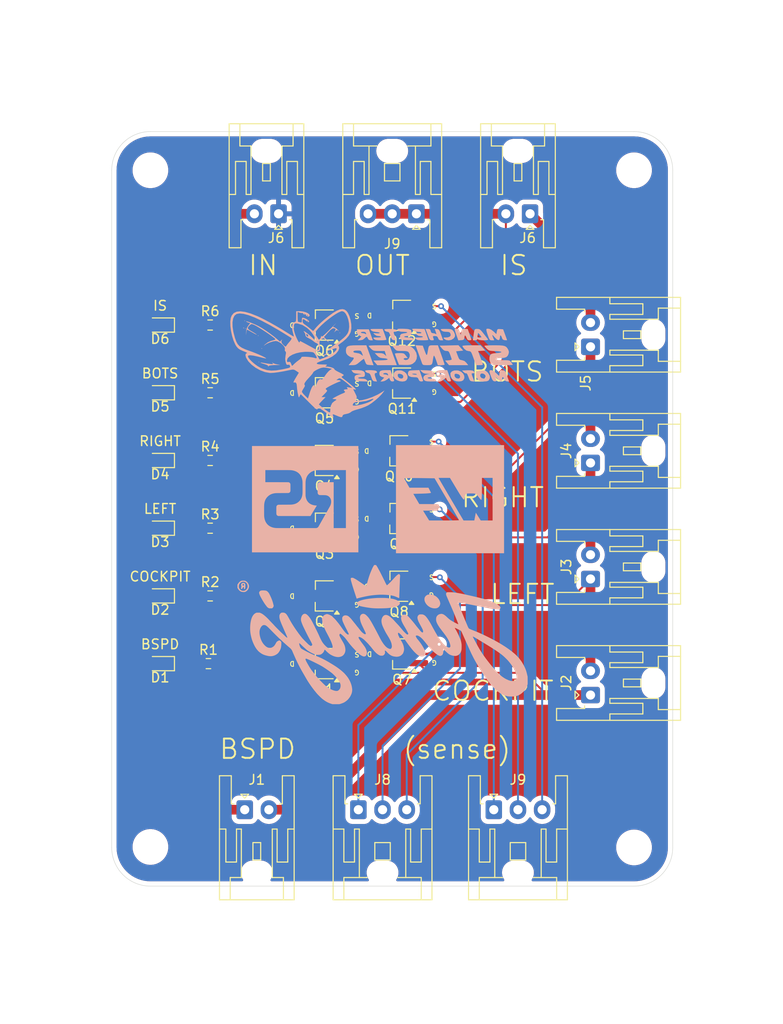
<source format=kicad_pcb>
(kicad_pcb (version 20241229) (generator "pcbnew") (generator_version "9.0")
  (layers (0 "F.Cu" signal) (2 "B.Cu" signal) (13 "F.Paste" user) (15 "B.Paste" user) (5 "F.SilkS" user "F.Silkscreen") (7 "B.SilkS" user "B.Silkscreen") (1 "F.Mask" user) (3 "B.Mask" user) (25 "Edge.Cuts" user))
  (net 0 "")
  (net 1 "LVMS")
  (net 2 "Net-(D2-K)")
  (net 3 "Net-(D3-K)")
  (net 4 "Net-(D4-K)")
  (net 5 "Net-(D5-K)")
  (net 6 "Net-(D6-K)")
  (net 7 "Net-(D1-K)")
  (net 8 "BSPD_OK")
  (net 9 "CK_OK")
  (net 10 "L_OK")
  (net 11 "R_OK")
  (net 12 "BOTS_OK")
  (net 13 "IS_OK")
  (net 14 "GND")
  (net 15 "Net-(Q2-D)")
  (net 16 "Net-(Q3-D)")
  (net 17 "Net-(Q4-D)")
  (net 18 "Net-(Q5-D)")
  (net 19 "Net-(Q6-D)")
  (net 20 "L_S")
  (net 21 "CK_S")
  (net 22 "BSPD_S")
  (net 23 "BOTS_S")
  (net 24 "R_S")
  (net 25 "IS_S")
  (net 26 "Net-(Q1-D)")
  (footprint "Custom_MSM:MOSFET_Single_SOT-23" (layer "F.Cu") (at 216.71 110 180)
    (property "Reference" "Q8" (at 0 -2.65 0) (layer "F.SilkS"))
    (property "Value" "BSS205N")
    (fp_text user "D" (at 3.35 0 180) (layer "F.SilkS") (effects (font (size 0.5 0.5) (thickness 0.1) (bold yes))))
    (fp_text user "G" (at -3.35 -0.9 180) (layer "F.SilkS") (effects (font (size 0.5 0.5) (thickness 0.1) (bold yes))))
    (fp_text user "S" (at -3.35 0.95 180) (layer "F.SilkS") (effects (font (size 0.5 0.5) (thickness 0.1) (bold yes))))
    (pad "1" smd roundrect (at -1.71 -0.95 180) (size 2 0.65) (layers "F.Cu" "F.Mask" "F.Paste") (net 9 "CK_OK"))
    (pad "2" smd roundrect (at -1.71 0.95 180) (size 2 0.65) (layers "F.Cu" "F.Mask" "F.Paste") (net 21 "CK_S"))
    (pad "3" smd roundrect (at 1.71 0 180) (size 2 0.65) (layers "F.Cu" "F.Mask" "F.Paste") (net 14 "GND"))
  )
  (footprint "Resistor_SMD:R_0603_1608Metric" (layer "F.Cu") (at 197.175 90)
    (property "Reference" "R5" (at 0 -1.43 0) (layer "F.SilkS"))
    (property "Value" "1k")
    (pad "1" smd roundrect (at -0.825 0) (size 0.8 0.95) (layers "F.Cu" "F.Mask" "F.Paste") (net 5 "Net-(D5-K)"))
    (pad "2" smd roundrect (at 0.825 0) (size 0.8 0.95) (layers "F.Cu" "F.Mask" "F.Paste") (net 18 "Net-(Q5-D)"))
  )
  (footprint "LED_SMD:LED_0603_1608Metric" (layer "F.Cu") (at 192 118 180)
    (property "Reference" "D1" (at 0 -1.43 0) (layer "F.SilkS"))
    (property "Value" "LED" (hide yes))
    (pad "1" smd roundrect (at -0.7875 0 180) (size 0.875 0.95) (layers "F.Cu" "F.Mask" "F.Paste") (net 7 "Net-(D1-K)"))
    (pad "2" smd roundrect (at 0.7875 0 180) (size 0.875 0.95) (layers "F.Cu" "F.Mask" "F.Paste") (net 1 "LVMS"))
  )
  (footprint "LED_SMD:LED_0603_1608Metric" (layer "F.Cu") (at 192 97 180)
    (property "Reference" "D4" (at 0 -1.43 0) (layer "F.SilkS"))
    (property "Value" "LED" (hide yes))
    (pad "1" smd roundrect (at -0.7875 0 180) (size 0.875 0.95) (layers "F.Cu" "F.Mask" "F.Paste") (net 4 "Net-(D4-K)"))
    (pad "2" smd roundrect (at 0.7875 0 180) (size 0.875 0.95) (layers "F.Cu" "F.Mask" "F.Paste") (net 1 "LVMS"))
  )
  (footprint "Resistor_SMD:R_0603_1608Metric" (layer "F.Cu") (at 197 118)
    (property "Reference" "R1" (at 0 -1.43 0) (layer "F.SilkS"))
    (property "Value" "1k")
    (pad "1" smd roundrect (at -0.825 0) (size 0.8 0.95) (layers "F.Cu" "F.Mask" "F.Paste") (net 7 "Net-(D1-K)"))
    (pad "2" smd roundrect (at 0.825 0) (size 0.8 0.95) (layers "F.Cu" "F.Mask" "F.Paste") (net 26 "Net-(Q1-D)"))
  )
  (footprint "Connector_JST:JST_XA_S02B-XASK-1_1x02_P2.50mm_Horizontal" (layer "F.Cu") (at 204.25 71.5 180)
    (property "Reference" "J6" (at 0.25 -2.5 0) (layer "F.SilkS"))
    (property "Value" "JST-XA")
    (pad "" np_thru_hole oval (at 1.25 6.5 180) (size 2.8 2) (drill oval 2.8 2) (layers "*.Cu" "*.Mask"))
    (pad "1" thru_hole roundrect (at 0 0 180) (size 1.7 1.95) (drill 0.95) (layers "*.Cu" "*.Mask") (roundrect_rratio 0.147059) (net 14 "GND"))
    (pad "2" thru_hole oval (at 2.5 0 180) (size 1.7 1.95) (drill 0.95) (layers "*.Cu" "*.Mask") (net 1 "LVMS"))
  )
  (footprint "Connector_JST:JST_XA_S02B-XASK-1_1x02_P2.50mm_Horizontal" (layer "F.Cu") (at 236.5 85.25 90)
    (property "Reference" "J5" (at -3.75 -0.5 90) (layer "F.SilkS"))
    (property "Value" "JST-XA")
    (pad "" np_thru_hole oval (at 1.25 6.5 90) (size 2.8 2) (drill oval 2.8 2) (layers "*.Cu" "*.Mask"))
    (pad "1" thru_hole roundrect (at 0 0 90) (size 1.7 1.95) (drill 0.95) (layers "*.Cu" "*.Mask") (roundrect_rratio 0.147059) (net 11 "R_OK"))
    (pad "2" thru_hole oval (at 2.5 0 90) (size 1.7 1.95) (drill 0.95) (layers "*.Cu" "*.Mask") (net 12 "BOTS_OK"))
  )
  (footprint "Connector_JST:JST_XA_S03B-XASK-1_1x03_P2.50mm_Horizontal" (layer "F.Cu") (at 218.5 71.5 180)
    (property "Reference" "J9" (at 2.5 -3.1 0) (layer "F.SilkS"))
    (property "Value" "Conn_01x03")
    (pad "" np_thru_hole oval (at 2.5 6.5 180) (size 2.8 2) (drill oval 2.8 2) (layers "*.Cu" "*.Mask"))
    (pad "1" thru_hole roundrect (at 0 0 180) (size 1.7 1.95) (drill 0.95) (layers "*.Cu" "*.Mask") (roundrect_rratio 0.147059) (net 13 "IS_OK"))
    (pad "2" thru_hole oval (at 2.5 0 180) (size 1.7 1.95) (drill 0.95) (layers "*.Cu" "*.Mask") (net 13 "IS_OK"))
    (pad "3" thru_hole oval (at 5 0 180) (size 1.7 1.95) (drill 0.95) (layers "*.Cu" "*.Mask") (net 13 "IS_OK"))
  )
  (footprint "LED_SMD:LED_0603_1608Metric" (layer "F.Cu") (at 192 104 180)
    (property "Reference" "D3" (at 0 -1.43 0) (layer "F.SilkS"))
    (property "Value" "LED" (hide yes))
    (pad "1" smd roundrect (at -0.7875 0 180) (size 0.875 0.95) (layers "F.Cu" "F.Mask" "F.Paste") (net 3 "Net-(D3-K)"))
    (pad "2" smd roundrect (at 0.7875 0 180) (size 0.875 0.95) (layers "F.Cu" "F.Mask" "F.Paste") (net 1 "LVMS"))
  )
  (footprint "Custom_MSM:MOSFET_Single_SOT-23" (layer "F.Cu") (at 209 111 180)
    (property "Reference" "Q2" (at 0 -2.65 0) (layer "F.SilkS"))
    (property "Value" "BSS205N")
    (fp_text user "S" (at -3.35 0.95 180) (layer "F.SilkS") (effects (font (size 0.5 0.5) (thickness 0.1) (bold yes))))
    (fp_text user "G" (at -3.35 -0.9 180) (layer "F.SilkS") (effects (font (size 0.5 0.5) (thickness 0.1) (bold yes))))
    (fp_text user "D" (at 3.35 0 180) (layer "F.SilkS") (effects (font (size 0.5 0.5) (thickness 0.1) (bold yes))))
    (pad "1" smd roundrect (at -1.71 -0.95 180) (size 2 0.65) (layers "F.Cu" "F.Mask" "F.Paste") (net 9 "CK_OK"))
    (pad "2" smd roundrect (at -1.71 0.95 180) (size 2 0.65) (layers "F.Cu" "F.Mask" "F.Paste") (net 14 "GND"))
    (pad "3" smd roundrect (at 1.71 0 180) (size 2 0.65) (layers "F.Cu" "F.Mask" "F.Paste") (net 15 "Net-(Q2-D)"))
  )
  (footprint "Resistor_SMD:R_0603_1608Metric" (layer "F.Cu") (at 197.175 97)
    (property "Reference" "R4" (at 0 -1.43 0) (layer "F.SilkS"))
    (property "Value" "1k")
    (pad "1" smd roundrect (at -0.825 0) (size 0.8 0.95) (layers "F.Cu" "F.Mask" "F.Paste") (net 4 "Net-(D4-K)"))
    (pad "2" smd roundrect (at 0.825 0) (size 0.8 0.95) (layers "F.Cu" "F.Mask" "F.Paste") (net 17 "Net-(Q4-D)"))
  )
  (footprint "Connector_JST:JST_XA_S02B-XASK-1_1x02_P2.50mm_Horizontal" (layer "F.Cu") (at 236.5 97.25 90)
    (property "Reference" "J4" (at 1.25 -2.5 90) (layer "F.SilkS"))
    (property "Value" "JST-XA")
    (pad "" np_thru_hole oval (at 1.25 6.5 90) (size 2.8 2) (drill oval 2.8 2) (layers "*.Cu" "*.Mask"))
    (pad "1" thru_hole roundrect (at 0 0 90) (size 1.7 1.95) (drill 0.95) (layers "*.Cu" "*.Mask") (roundrect_rratio 0.147059) (net 10 "L_OK"))
    (pad "2" thru_hole oval (at 2.5 0 90) (size 1.7 1.95) (drill 0.95) (layers "*.Cu" "*.Mask") (net 11 "R_OK"))
  )
  (footprint "Custom_MSM:MOSFET_Single_SOT-23" (layer "F.Cu") (at 209 90 180)
    (property "Reference" "Q5" (at 0 -2.65 0) (layer "F.SilkS"))
    (property "Value" "BSS205N")
    (fp_text user "G" (at -3.35 -0.9 180) (layer "F.SilkS") (effects (font (size 0.5 0.5) (thickness 0.1) (bold yes))))
    (fp_text user "S" (at -3.35 0.95 180) (layer "F.SilkS") (effects (font (size 0.5 0.5) (thickness 0.1) (bold yes))))
    (fp_text user "D" (at 3.35 0 180) (layer "F.SilkS") (effects (font (size 0.5 0.5) (thickness 0.1) (bold yes))))
    (pad "1" smd roundrect (at -1.71 -0.95 180) (size 2 0.65) (layers "F.Cu" "F.Mask" "F.Paste") (net 12 "BOTS_OK"))
    (pad "2" smd roundrect (at -1.71 0.95 180) (size 2 0.65) (layers "F.Cu" "F.Mask" "F.Paste") (net 14 "GND"))
    (pad "3" smd roundrect (at 1.71 0 180) (size 2 0.65) (layers "F.Cu" "F.Mask" "F.Paste") (net 18 "Net-(Q5-D)"))
  )
  (footprint "Connector_JST:JST_XA_S02B-XASK-1_1x02_P2.50mm_Horizontal" (layer "F.Cu") (at 236.5 121.25 90)
    (property "Reference" "J2" (at 1.25 -2.5 90) (layer "F.SilkS"))
    (property "Value" "JST-XA")
    (pad "" np_thru_hole oval (at 1.25 6.5 90) (size 2.8 2) (drill oval 2.8 2) (layers "*.Cu" "*.Mask"))
    (pad "1" thru_hole roundrect (at 0 0 90) (size 1.7 1.95) (drill 0.95) (layers "*.Cu" "*.Mask") (roundrect_rratio 0.147059) (net 8 "BSPD_OK"))
    (pad "2" thru_hole oval (at 2.5 0 90) (size 1.7 1.95) (drill 0.95) (layers "*.Cu" "*.Mask") (net 9 "CK_OK"))
  )
  (footprint "LED_SMD:LED_0603_1608Metric" (layer "F.Cu") (at 192 83 180)
    (property "Reference" "D6" (at 0 -1.43 0) (layer "F.SilkS"))
    (property "Value" "LED" (hide yes))
    (pad "1" smd roundrect (at -0.7875 0 180) (size 0.875 0.95) (layers "F.Cu" "F.Mask" "F.Paste") (net 6 "Net-(D6-K)"))
    (pad "2" smd roundrect (at 0.7875 0 180) (size 0.875 0.95) (layers "F.Cu" "F.Mask" "F.Paste") (net 1 "LVMS"))
  )
  (footprint "Custom_MSM:MOSFET_Single_SOT-23" (layer "F.Cu") (at 209 104 180)
    (property "Reference" "Q3" (at 0 -2.65 0) (layer "F.SilkS"))
    (property "Value" "BSS205N")
    (fp_text user "S" (at -3.35 0.95 180) (layer "F.SilkS") (effects (font (size 0.5 0.5) (thickness 0.1) (bold yes))))
    (fp_text user "G" (at -3.35 -0.9 180) (layer "F.SilkS") (effects (font (size 0.5 0.5) (thickness 0.1) (bold yes))))
    (fp_text user "D" (at 3.35 0 180) (layer "F.SilkS") (effects (font (size 0.5 0.5) (thickness 0.1) (bold yes))))
    (pad "1" smd roundrect (at -1.71 -0.95 180) (size 2 0.65) (layers "F.Cu" "F.Mask" "F.Paste") (net 10 "L_OK"))
    (pad "2" smd roundrect (at -1.71 0.95 180) (size 2 0.65) (layers "F.Cu" "F.Mask" "F.Paste") (net 14 "GND"))
    (pad "3" smd roundrect (at 1.71 0 180) (size 2 0.65) (layers "F.Cu" "F.Mask" "F.Paste") (net 16 "Net-(Q3-D)"))
  )
  (footprint "Custom_MSM:MOSFET_Single_SOT-23" (layer "F.Cu") (at 209 97 180)
    (property "Reference" "Q4" (at 0 -2.65 0) (layer "F.SilkS"))
    (property "Value" "BSS205N")
    (fp_text user "G" (at -3.35 -0.9 180) (layer "F.SilkS") (effects (font (size 0.5 0.5) (thickness 0.1) (bold yes))))
    (fp_text user "S" (at -3.35 0.95 180) (layer "F.SilkS") (effects (font (size 0.5 0.5) (thickness 0.1) (bold yes))))
    (fp_text user "D" (at 3.35 0 180) (layer "F.SilkS") (effects (font (size 0.5 0.5) (thickness 0.1) (bold yes))))
    (pad "1" smd roundrect (at -1.71 -0.95 180) (size 2 0.65) (layers "F.Cu" "F.Mask" "F.Paste") (net 11 "R_OK"))
    (pad "2" smd roundrect (at -1.71 0.95 180) (size 2 0.65) (layers "F.Cu" "F.Mask" "F.Paste") (net 14 "GND"))
    (pad "3" smd roundrect (at 1.71 0 180) (size 2 0.65) (layers "F.Cu" "F.Mask" "F.Paste") (net 17 "Net-(Q4-D)"))
  )
  (footprint "LED_SMD:LED_0603_1608Metric" (layer "F.Cu") (at 192 111 180)
    (property "Reference" "D2" (at 0 -1.43 0) (layer "F.SilkS"))
    (property "Value" "LED" (hide yes))
    (pad "1" smd roundrect (at -0.7875 0 180) (size 0.875 0.95) (layers "F.Cu" "F.Mask" "F.Paste") (net 2 "Net-(D2-K)"))
    (pad "2" smd roundrect (at 0.7875 0 180) (size 0.875 0.95) (layers "F.Cu" "F.Mask" "F.Paste") (net 1 "LVMS"))
  )
  (footprint "Custom_MSM:MOSFET_Single_SOT-23" (layer "F.Cu") (at 216.71 96 180)
    (property "Reference" "Q10" (at 0 -2.65 0) (layer "F.SilkS"))
    (property "Value" "BSS205N")
    (fp_text user "G" (at -3.35 -0.9 180) (layer "F.SilkS") (effects (font (size 0.5 0.5) (thickness 0.1) (bold yes))))
    (fp_text user "S" (at -3.35 0.95 180) (layer "F.SilkS") (effects (font (size 0.5 0.5) (thickness 0.1) (bold yes))))
    (fp_text user "D" (at 3.35 0 180) (layer "F.SilkS") (effects (font (size 0.5 0.5) (thickness 0.1) (bold yes))))
    (pad "1" smd roundrect (at -1.71 -0.95 180) (size 2 0.65) (layers "F.Cu" "F.Mask" "F.Paste") (net 11 "R_OK"))
    (pad "2" smd roundrect (at -1.71 0.95 180) (size 2 0.65) (layers "F.Cu" "F.Mask" "F.Paste") (net 24 "R_S"))
    (pad "3" smd roundrect (at 1.71 0 180) (size 2 0.65) (layers "F.Cu" "F.Mask" "F.Paste") (net 14 "GND"))
  )
  (footprint "Custom_MSM:MOSFET_Single_SOT-23" (layer "F.Cu") (at 217 89 180)
    (property "Reference" "Q11" (at 0 -2.65 0) (layer "F.SilkS"))
    (property "Value" "BSS205N")
    (fp_text user "D" (at 3.35 0 180) (layer "F.SilkS") (effects (font (size 0.5 0.5) (thickness 0.1) (bold yes))))
    (fp_text user "G" (at -3.35 -0.9 180) (layer "F.SilkS") (effects (font (size 0.5 0.5) (thickness 0.1) (bold yes))))
    (fp_text user "S" (at -3.35 0.95 180) (layer "F.SilkS") (effects (font (size 0.5 0.5) (thickness 0.1) (bold yes))))
    (pad "1" smd roundrect (at -1.71 -0.95 180) (size 2 0.65) (layers "F.Cu" "F.Mask" "F.Paste") (net 12 "BOTS_OK"))
    (pad "2" smd roundrect (at -1.71 0.95 180) (size 2 0.65) (layers "F.Cu" "F.Mask" "F.Paste") (net 23 "BOTS_S"))
    (pad "3" smd roundrect (at 1.71 0 180) (size 2 0.65) (layers "F.Cu" "F.Mask" "F.Paste") (net 14 "GND"))
  )
  (footprint "Connector_JST:JST_XA_S03B-XASK-1_1x03_P2.50mm_Horizontal" (layer "F.Cu") (at 226.5 133.1)
    (property "Reference" "J9" (at 2.5 -3.1 0) (layer "F.SilkS"))
    (property "Value" "Conn_01x03")
    (pad "" np_thru_hole oval (at 2.5 6.5) (size 2.8 2) (drill oval 2.8 2) (layers "*.Cu" "*.Mask"))
    (pad "1" thru_hole roundrect (at 0 0) (size 1.7 1.95) (drill 0.95) (layers "*.Cu" "*.Mask") (roundrect_rratio 0.147059) (net 24 "R_S"))
    (pad "2" thru_hole oval (at 2.5 0) (size 1.7 1.95) (drill 0.95) (layers "*.Cu" "*.Mask") (net 23 "BOTS_S"))
    (pad "3" thru_hole oval (at 5 0) (size 1.7 1.95) (drill 0.95) (layers "*.Cu" "*.Mask") (net 25 "IS_S"))
  )
  (footprint "Connector_JST:JST_XA_S02B-XASK-1_1x02_P2.50mm_Horizontal" (layer "F.Cu") (at 200.75 133.1)
    (property "Reference" "J1" (at 1.25 -3.1 0) (layer "F.SilkS"))
    (property "Value" "JST-XA")
    (pad "" np_thru_hole oval (at 1.25 6.5) (size 2.8 2) (drill oval 2.8 2) (layers "*.Cu" "*.Mask"))
    (pad "1" thru_hole roundrect (at 0 0) (size 1.7 1.95) (drill 0.95) (layers "*.Cu" "*.Mask") (roundrect_rratio 0.147059) (net 1 "LVMS"))
    (pad "2" thru_hole oval (at 2.5 0) (size 1.7 1.95) (drill 0.95) (layers "*.Cu" "*.Mask") (net 8 "BSPD_OK"))
  )
  (footprint "Resistor_SMD:R_0603_1608Metric" (layer "F.Cu") (at 197.175 104)
    (property "Reference" "R3" (at 0 -1.43 0) (layer "F.SilkS"))
    (property "Value" "1k")
    (pad "1" smd roundrect (at -0.825 0) (size 0.8 0.95) (layers "F.Cu" "F.Mask" "F.Paste") (net 3 "Net-(D3-K)"))
    (pad "2" smd roundrect (at 0.825 0) (size 0.8 0.95) (layers "F.Cu" "F.Mask" "F.Paste") (net 16 "Net-(Q3-D)"))
  )
  (footprint "Custom_MSM:MOSFET_Single_SOT-23" (layer "F.Cu") (at 217 117 180)
    (property "Reference" "Q7" (at 0 -2.65 0) (layer "F.SilkS"))
    (property "Value" "BSS205N")
    (fp_text user "D" (at 3.35 0 180) (layer "F.SilkS") (effects (font (size 0.5 0.5) (thickness 0.1) (bold yes))))
    (fp_text user "G" (at -3.35 -0.9 180) (layer "F.SilkS") (effects (font (size 0.5 0.5) (thickness 0.1) (bold yes))))
    (fp_text user "S" (at -3.35 0.95 180) (layer "F.SilkS") (effects (font (size 0.5 0.5) (thickness 0.1) (bold yes))))
    (pad "1" smd roundrect (at -1.71 -0.95 180) (size 2 0.65) (layers "F.Cu" "F.Mask" "F.Paste") (net 8 "BSPD_OK"))
    (pad "2" smd roundrect (at -1.71 0.95 180) (size 2 0.65) (layers "F.Cu" "F.Mask" "F.Paste") (net 22 "BSPD_S"))
    (pad "3" smd roundrect (at 1.71 0 180) (size 2 0.65) (layers "F.Cu" "F.Mask" "F.Paste") (net 14 "GND"))
  )
  (footprint "LED_SMD:LED_0603_1608Metric" (layer "F.Cu") (at 192 90 180)
    (property "Reference" "D5" (at 0 -1.43 0) (layer "F.SilkS"))
    (property "Value" "LED" (hide yes))
    (pad "1" smd roundrect (at -0.7875 0 180) (size 0.875 0.95) (layers "F.Cu" "F.Mask" "F.Paste") (net 5 "Net-(D5-K)"))
    (pad "2" smd roundrect (at 0.7875 0 180) (size 0.875 0.95) (layers "F.Cu" "F.Mask" "F.Paste") (net 1 "LVMS"))
  )
  (footprint "Resistor_SMD:R_0603_1608Metric" (layer "F.Cu") (at 197.175 83)
    (property "Reference" "R6" (at 0 -1.43 0) (layer "F.SilkS"))
    (property "Value" "1k")
    (pad "1" smd roundrect (at -0.825 0) (size 0.8 0.95) (layers "F.Cu" "F.Mask" "F.Paste") (net 6 "Net-(D6-K)"))
    (pad "2" smd roundrect (at 0.825 0) (size 0.8 0.95) (layers "F.Cu" "F.Mask" "F.Paste") (net 19 "Net-(Q6-D)"))
  )
  (footprint "Connector_JST:JST_XA_S03B-XASK-1_1x03_P2.50mm_Horizontal" (layer "F.Cu") (at 212.5 133.1)
    (property "Reference" "J8" (at 2.5 -3.1 0) (layer "F.SilkS"))
    (property "Value" "Conn_01x03")
    (pad "" np_thru_hole oval (at 2.5 6.5) (size 2.8 2) (drill oval 2.8 2) (layers "*.Cu" "*.Mask"))
    (pad "1" thru_hole roundrect (at 0 0) (size 1.7 1.95) (drill 0.95) (layers "*.Cu" "*.Mask") (roundrect_rratio 0.147059) (net 22 "BSPD_S"))
    (pad "2" thru_hole oval (at 2.5 0) (size 1.7 1.95) (drill 0.95) (layers "*.Cu" "*.Mask") (net 21 "CK_S"))
    (pad "3" thru_hole oval (at 5 0) (size 1.7 1.95) (drill 0.95) (layers "*.Cu" "*.Mask") (net 20 "L_S"))
  )
  (footprint "Custom_MSM:MOSFET_Single_SOT-23" (layer "F.Cu") (at 216.71 103 180)
    (property "Reference" "Q9" (at 0 -2.65 0) (layer "F.SilkS"))
    (property "Value" "BSS205N")
    (fp_text user "D" (at 3.35 0 180) (layer "F.SilkS") (effects (font (size 0.5 0.5) (thickness 0.1) (bold yes))))
    (fp_text user "S" (at -3.35 0.95 180) (layer "F.SilkS") (effects (font (size 0.5 0.5) (thickness 0.1) (bold yes))))
    (fp_text user "G" (at -3.35 -0.9 180) (layer "F.SilkS") (effects (font (size 0.5 0.5) (thickness 0.1) (bold yes))))
    (pad "1" smd roundrect (at -1.71 -0.95 180) (size 2 0.65) (layers "F.Cu" "F.Mask" "F.Paste") (net 10 "L_OK"))
    (pad "2" smd roundrect (at -1.71 0.95 180) (size 2 0.65) (layers "F.Cu" "F.Mask" "F.Paste") (net 20 "L_S"))
    (pad "3" smd roundrect (at 1.71 0 180) (size 2 0.65) (layers "F.Cu" "F.Mask" "F.Paste") (net 14 "GND"))
  )
  (footprint "Resistor_SMD:R_0603_1608Metric" (layer "F.Cu") (at 197.175 111)
    (property "Reference" "R2" (at 0 -1.43 0) (layer "F.SilkS"))
    (property "Value" "1k")
    (pad "1" smd roundrect (at -0.825 0) (size 0.8 0.95) (layers "F.Cu" "F.Mask" "F.Paste") (net 2 "Net-(D2-K)"))
    (pad "2" smd roundrect (at 0.825 0) (size 0.8 0.95) (layers "F.Cu" "F.Mask" "F.Paste") (net 15 "Net-(Q2-D)"))
  )
  (footprint "Custom_MSM:Board_Small_Outer-Mounting" (layer "F.Cu") (at 216 102 90)
    (property "Reference" "REF**" (hide yes))
    (property "Value" "Board_Small_Outer-Mounting" (hide yes))
    (fp_line (start -35 -29) (end 35 -29) (stroke (width 0.05)) (layer "Edge.Cuts"))
    (fp_line (start 39 -25) (end 39 25) (stroke (width 0.05)) (layer "Edge.Cuts"))
    (fp_line (start -39 25) (end -39 -25) (stroke (width 0.05)) (layer "Edge.Cuts"))
    (fp_line (start 35 29) (end -35 29) (stroke (width 0.05)) (layer "Edge.Cuts"))
    (fp_arc (start 35 -29) (mid 37.828427 -27.828427) (end 39 -25) (stroke (width 0.05)) (layer "Edge.Cuts"))
    (fp_arc (start -39 -25) (mid -37.828427 -27.828427) (end -35 -29) (stroke (width 0.05)) (layer "Edge.Cuts"))
    (fp_arc (start 39 25) (mid 37.828427 27.828427) (end 35 29) (stroke (width 0.05)) (layer "Edge.Cuts"))
    (fp_arc (start -35 29) (mid -37.828427 27.828427) (end -39 25) (stroke (width 0.05)) (layer "Edge.Cuts"))
    (pad "" np_thru_hole circle (at -35 25 90) (size 3.2 3.2) (drill 3.2) (layers "*.Cu" "*.Mask"))
    (pad "" np_thru_hole circle (at -34.95 -25 90) (size 3.2 3.2) (drill 3.2) (layers "*.Cu" "*.Mask"))
    (pad "" np_thru_hole circle (at 35 -25 90) (size 3.2 3.2) (drill 3.2) (layers "*.Cu" "*.Mask"))
    (pad "" np_thru_hole circle (at 35 25 90) (size 3.2 3.2) (drill 3.2) (layers "*.Cu" "*.Mask"))
  )
  (footprint "Custom_MSM:MOSFET_Single_SOT-23" (layer "F.Cu") (at 209 83 180)
    (property "Reference" "Q6" (at 0 -2.65 0) (layer "F.SilkS"))
    (property "Value" "BSS205N")
    (fp_text user "G" (at -3.35 -0.9 180) (layer "F.SilkS") (effects (font (size 0.5 0.5) (thickness 0.1) (bold yes))))
    (fp_text user "S" (at -3.35 0.95 180) (layer "F.SilkS") (effects (font (size 0.5 0.5) (thickness 0.1) (bold yes))))
    (fp_text user "D" (at 3.35 0 180) (layer "F.SilkS") (effects (font (size 0.5 0.5) (thickness 0.1) (bold yes))))
    (pad "1" smd roundrect (at -1.71 -0.95 180) (size 2 0.65) (layers "F.Cu" "F.Mask" "F.Paste") (net 13 "IS_OK"))
    (pad "2" smd roundrect (at -1.71 0.95 180) (size 2 0.65) (layers "F.Cu" "F.Mask" "F.Paste") (net 14 "GND"))
    (pad "3" smd roundrect (at 1.71 0 180) (size 2 0.65) (layers "F.Cu" "F.Mask" "F.Paste") (net 19 "Net-(Q6-D)"))
  )
  (footprint "Custom_MSM:MOSFET_Single_SOT-23" (layer "F.Cu") (at 217 82 180)
    (property "Reference" "Q12" (at 0 -2.65 0) (layer "F.SilkS"))
    (property "Value" "BSS205N")
    (fp_text user "D" (at 3.35 0 180) (layer "F.SilkS") (effects (font (size 0.5 0.5) (thickness 0.1) (bold yes))))
    (fp_text user "G" (at -3.35 -0.9 180) (layer "F.SilkS") (effects (font (size 0.5 0.5) (thickness 0.1) (bold yes))))
    (fp_text user "S" (at -3.35 0.95 180) (layer "F.SilkS") (effects (font (size 0.5 0.5) (thickness 0.1) (bold yes))))
    (pad "1" smd roundrect (at -1.71 -0.95 180) (size 2 0.65) (layers "F.Cu" "F.Mask" "F.Paste") (net 13 "IS_OK"))
    (pad "2" smd roundrect (at -1.71 0.95 180) (size 2 0.65) (layers "F.Cu" "F.Mask" "F.Paste") (net 25 "IS_S"))
    (pad "3" smd roundrect (at 1.71 0 180) (size 2 0.65) (layers "F.Cu" "F.Mask" "F.Paste") (net 14 "GND"))
  )
  (footprint "Custom_MSM:MOSFET_Single_SOT-23" (layer "F.Cu") (at 209 118 180)
    (property "Reference" "Q1" (at 0 -2.65 0) (layer "F.SilkS"))
    (property "Value" "BSS205N")
    (fp_text user "D" (at 3.35 0 180) (layer "F.SilkS") (effects (font (size 0.5 0.5) (thickness 0.1) (bold yes))))
    (fp_text user "G" (at -3.35 -0.9 180) (layer "F.SilkS") (effects (font (size 0.5 0.5) (thickness 0.1) (bold yes))))
    (fp_text user "S" (at -3.35 0.95 180) (layer "F.SilkS") (effects (font (size 0.5 0.5) (thickness 0.1) (bold yes))))
    (pad "1" smd roundrect (at -1.71 -0.95 180) (size 2 0.65) (layers "F.Cu" "F.Mask" "F.Paste") (net 8 "BSPD_OK"))
    (pad "2" smd roundrect (at -1.71 0.95 180) (size 2 0.65) (layers "F.Cu" "F.Mask" "F.Paste") (net 14 "GND"))
    (pad "3" smd roundrect (at 1.71 0 180) (size 2 0.65) (layers "F.Cu" "F.Mask" "F.Paste") (net 26 "Net-(Q1-D)"))
  )
  (footprint "Connector_JST:JST_XA_S02B-XASK-1_1x02_P2.50mm_Horizontal" (layer "F.Cu") (at 236.5 109.25 90)
    (property "Reference" "J3" (at 1.25 -2.5 90) (layer "F.SilkS"))
    (property "Value" "JST-XA")
    (pad "" np_thru_hole oval (at 1.25 6.5 90) (size 2.8 2) (drill oval 2.8 2) (layers "*.Cu" "*.Mask"))
    (pad "1" thru_hole roundrect (at 0 0 90) (size 1.7 1.95) (drill 0.95) (layers "*.Cu" "*.Mask") (roundrect_rratio 0.147059) (net 9 "CK_OK"))
    (pad "2" thru_hole oval (at 2.5 0 90) (size 1.7 1.95) (drill 0.95) (layers "*.Cu" "*.Mask") (net 10 "L_OK"))
  )
  (footprint "Connector_JST:JST_XA_S02B-XASK-1_1x02_P2.50mm_Horizontal" (layer "F.Cu") (at 230.25 71.5 180)
    (property "Reference" "J6" (at 0.25 -2.5 0) (layer "F.SilkS"))
    (property "Value" "JST-XA")
    (pad "" np_thru_hole oval (at 1.25 6.5 180) (size 2.8 2) (drill oval 2.8 2) (layers "*.Cu" "*.Mask"))
    (pad "1" thru_hole roundrect (at 0 0 180) (size 1.7 1.95) (drill 0.95) (layers "*.Cu" "*.Mask") (roundrect_rratio 0.147059) (net 12 "BOTS_OK"))
    (pad "2" thru_hole oval (at 2.5 0 180) (size 1.7 1.95) (drill 0.95) (layers "*.Cu" "*.Mask") (net 13 "IS_OK"))
  )
  (footprint "Custom_MSM:Decoarative_Jimmys" (layer "B.Cu") (at 215 115 180)
    (property "Reference" "G***" (hide yes))
    (property "Value" "LOGO" (hide yes))
  )
  (footprint "LOGO" (layer "B.Cu") (at 214 87 180)
    (property "Reference" "G***" (hide yes))
    (property "Value" "LOGO" (hide yes))
  )
  (footprint "LOGO" (layer "B.Cu") (at 213 101 180)
    (property "Reference" "G***" (hide yes))
    (property "Value" "LOGO" (hide yes))
  )
  (footprint "LOGO" (layer "B.Cu") (at 207 101 180)
    (property "Reference" "G***" (hide yes))
    (property "Value" "LOGO" (hide yes))
  )
  (gr_text "(sense)" (at 217 128 0) (layer "F.SilkS") (effects (font (size 2 2) (thickness 0.2)) (justify left bottom)))
  (gr_text "RIGHT\n" (at 192 95 0) (layer "F.SilkS") (effects (font (size 1 1))))
  (gr_text "RIGHT" (at 223 102 0) (layer "F.SilkS") (effects (font (size 2 2) (thickness 0.2)) (justify left bottom)))
  (gr_text "LEFT" (at 192 102 0) (layer "F.SilkS") (effects (font (size 1 1))))
  (gr_text "BOTS" (at 192 88 0) (layer "F.SilkS") (effects (font (size 1 1))))
  (gr_text "IN" (at 201 78 0) (layer "F.SilkS") (effects (font (size 2 2) (thickness 0.2)) (justify left bottom)))
  (gr_text "BOTS" (at 224 89 0) (layer "F.SilkS") (effects (font (size 2 2) (thickness 0.2)) (justify left bottom)))
  (gr_text "LEFT" (at 226 112 0) (layer "F.SilkS") (effects (font (size 2 2) (thickness 0.2)) (justify left bottom)))
  (gr_text "COCKPIT" (at 220 122 0) (layer "F.SilkS") (effects (font (size 2 2) (thickness 0.2)) (justify left bottom)))
  (gr_text "BSPD" (at 192 116 0) (layer "F.SilkS") (effects (font (size 1 1))))
  (gr_text "IS" (at 227 78 0) (layer "F.SilkS") (effects (font (size 2 2) (thickness 0.2)) (justify left bottom)))
  (gr_text "IS" (at 192 81 0) (layer "F.SilkS") (effects (font (size 1 1))))
  (gr_text "COCKPIT" (at 192 109 0) (layer "F.SilkS") (effects (font (size 1 1))))
  (gr_text "BSPD" (at 198 128 0) (layer "F.SilkS") (effects (font (size 2 2) (thickness 0.2)) (justify left bottom)))
  (gr_text "OUT" (at 212 78 0) (layer "F.SilkS") (effects (font (size 2 2) (thickness 0.2)) (justify left bottom)))
  (segment (start 191 79) (end 198.5 71.5) (width 1) (layer "F.Cu") (net 1))
  (segment (start 198.5 71.5) (end 201.75 71.5) (width 1) (layer "F.Cu") (net 1))
  (segment (start 197.1 133.1) (end 191 127) (width 1) (layer "F.Cu") (net 1))
  (segment (start 200.75 133.1) (end 197.1 133.1) (width 1) (layer "F.Cu") (net 1))
  (segment (start 191 127) (end 191 79) (width 1) (layer "F.Cu") (net 1))
  (segment (start 192.7875 111) (end 196.35 111) (width 0.2) (layer "F.Cu") (net 2))
  (segment (start 192.7875 104) (end 196.35 104) (width 0.2) (layer "F.Cu") (net 3))
  (segment (start 192.7875 97) (end 196.35 97) (width 0.2) (layer "F.Cu") (net 4))
  (segment (start 192.7875 90) (end 196.35 90) (width 0.2) (layer "F.Cu") (net 5))
  (segment (start 192.7875 83) (end 196.35 83) (width 0.2) (layer "F.Cu") (net 6))
  (segment (start 192.7875 118) (end 196.175 118) (width 0.2) (layer "F.Cu") (net 7))
  (segment (start 219.75 121.25) (end 236.5 121.25) (width 1) (layer "F.Cu") (net 8))
  (segment (start 219.71 118.95) (end 229.7 118.95) (width 0.2) (layer "F.Cu") (net 8))
  (segment (start 218.71 117.95) (end 219.71 118.95) (width 0.2) (layer "F.Cu") (net 8))
  (segment (start 232 121.25) (end 236.5 121.25) (width 0.2) (layer "F.Cu") (net 8))
  (segment (start 229.7 118.95) (end 232 121.25) (width 0.2) (layer "F.Cu") (net 8))
  (segment (start 207.9 133.1) (end 219.75 121.25) (width 1) (layer "F.Cu") (net 8))
  (segment (start 203.25 133.1) (end 207.9 133.1) (width 1) (layer "F.Cu") (net 8))
  (segment (start 210.71 118.95) (end 219.71 118.95) (width 0.2) (layer "F.Cu") (net 8))
  (segment (start 236.75 119) (end 236.5 118.75) (width 0.2) (layer "F.Cu") (net 9))
  (segment (start 236.5 118.75) (end 236.5 109.25) (width 1) (layer "F.Cu") (net 9))
  (segment (start 210.71 111.95) (end 219.42 111.95) (width 0.2) (layer "F.Cu") (net 9))
  (segment (start 218.42 110.95) (end 219.42 111.95) (width 0.2) (layer "F.Cu") (net 9))
  (segment (start 237 119) (end 236.75 119) (width 0.2) (layer "F.Cu") (net 9))
  (segment (start 219.42 111.95) (end 233.8 111.95) (width 0.2) (layer "F.Cu") (net 9))
  (segment (start 233.8 111.95) (end 236.5 109.25) (width 0.2) (layer "F.Cu") (net 9))
  (segment (start 232.05 104.95) (end 236.5 100.5) (width 0.2) (layer "F.Cu") (net 10))
  (segment (start 219.42 104.95) (end 232.05 104.95) (width 0.2) (layer "F.Cu") (net 10))
  (segment (start 236.5 100.5) (end 236.5 97.25) (width 0.2) (layer "F.Cu") (net 10))
  (segment (start 210.71 104.95) (end 219.42 104.95) (width 0.2) (layer "F.Cu") (net 10))
  (segment (start 236.5 106.75) (end 236.5 97.25) (width 1) (layer "F.Cu") (net 10))
  (segment (start 218.42 103.95) (end 219.42 104.95) (width 0.2) (layer "F.Cu") (net 10))
  (segment (start 227.925 97.95) (end 236.5 89.375) (width 0.2) (layer "F.Cu") (net 11))
  (segment (start 218.42 96.95) (end 219.42 97.95) (width 0.2) (layer "F.Cu") (net 11))
  (segment (start 210.71 97.95) (end 219.42 97.95) (width 0.2) (layer "F.Cu") (net 11))
  (segment (start 236.5 94.75) (end 236.5 85.25) (width 1) (layer "F.Cu") (net 11))
  (segment (start 236.5 89.375) (end 236.5 85.25) (width 0.2) (layer "F.Cu") (net 11))
  (segment (start 219.42 97.95) (end 227.925 97.95) (width 0.2) (layer "F.Cu") (net 11))
  (segment (start 218.71 89.95) (end 219.71 90.95) (width 0.2) (layer "F.Cu") (net 12))
  (segment (start 236.375 77.625) (end 236.5 77.75) (width 0.2) (layer "F.Cu") (net 12))
  (segment (start 236.5 77.75) (end 230.25 71.5) (width 1) (layer "F.Cu") (net 12))
  (segment (start 223.05 90.95) (end 236.375 77.625) (width 0.2) (layer "F.Cu") (net 12))
  (segment (start 219.71 90.95) (end 223.05 90.95) (width 0.2) (layer "F.Cu") (net 12))
  (segment (start 210.71 90.95) (end 219.71 90.95) (width 0.2) (layer "F.Cu") (net 12))
  (segment (start 236.5 82.75) (end 236.5 77.75) (width 1) (layer "F.Cu") (net 12))
  (segment (start 227.75 71.5) (end 224.5 71.5) (width 1) (layer "F.Cu") (net 13))
  (segment (start 227.75 78.25) (end 227.75 71.5) (width 0.2) (layer "F.Cu") (net 13))
  (segment (start 222.05 83.95) (end 227.75 78.25) (width 0.2) (layer "F.Cu") (net 13))
  (segment (start 210.71 83.95) (end 219.71 83.95) (width 0.2) (layer "F.Cu") (net 13))
  (segment (start 219.71 83.95) (end 222.05 83.95) (width 0.2) (layer "F.Cu") (net 13))
  (segment (start 224.5 71.5) (end 213.5 71.5) (width 1) (layer "F.Cu") (net 13))
  (segment (start 218.71 82.95) (end 219.71 83.95) (width 0.2) (layer "F.Cu") (net 13))
  (segment (start 198 111) (end 207.29 111) (width 0.2) (layer "F.Cu") (net 15))
  (segment (start 198 104) (end 207.29 104) (width 0.2) (layer "F.Cu") (net 16))
  (segment (start 198 97) (end 207.29 97) (width 0.2) (layer "F.Cu") (net 17))
  (segment (start 198 90) (end 207.29 90) (width 0.2) (layer "F.Cu") (net 18))
  (segment (start 198 83) (end 207.29 83) (width 0.2) (layer "F.Cu") (net 19))
  (segment (start 220.9 102.05) (end 221 102.15) (width 0.2) (layer "F.Cu") (net 20))
  (segment (start 218.42 102.05) (end 220.9 102.05) (width 0.2) (layer "F.Cu") (net 20))
  (via (at 220.9 102.05) (size 0.6) (drill 0.3) (layers "F.Cu" "B.Cu") (net 20))
  (segment (start 225.35 106.45) (end 220.95 102.05) (width 0.2) (layer "B.Cu") (net 20))
  (segment (start 217.5 127.4) (end 225.35 119.55) (width 0.2) (layer "B.Cu") (net 20))
  (segment (start 225.35 119.55) (end 225.35 106.45) (width 0.2) (layer "B.Cu") (net 20))
  (segment (start 220.95 102.05) (end 220.9 102.05) (width 0.2) (layer "B.Cu") (net 20))
  (segment (start 217.5 133.1) (end 217.5 127.4) (width 0.2) (layer "B.Cu") (net 20))
  (segment (start 218.42 109.05) (end 220.9 109.05) (width 0.2) (layer "F.Cu") (net 21))
  (segment (start 220.925 109.075) (end 220.95 109.1) (width 0.2) (layer "F.Cu") (net 21))
  (segment (start 220.9 109.05) (end 220.925 109.075) (width 0.2) (layer "F.Cu") (net 21))
  (via (at 220.925 109.075) (size 0.6) (drill 0.3) (layers "F.Cu" "B.Cu") (net 21))
  (segment (start 223 111.15) (end 220.925 109.075) (width 0.2) (layer "B.Cu") (net 21))
  (segment (start 215 133.1) (end 215 126.5) (width 0.2) (layer "B.Cu") (net 21))
  (segment (start 215 126.5) (end 223 118.5) (width 0.2) (layer "B.Cu") (net 21))
  (segment (start 223 118.5) (end 223 111.15) (width 0.2) (layer "B.Cu") (net 21))
  (segment (start 220.8 116.05) (end 220.85 116) (width 0.2) (layer "F.Cu") (net 22))
  (segment (start 212.5 133.1) (end 212.15 133.1) (width 0.2) (layer "F.Cu") (net 22))
  (segment (start 218.71 116.05) (end 220.8 116.05) (width 0.2) (layer "F.Cu") (net 22))
  (segment (start 220.85 116) (end 220.95 115.9) (width 0.2) (layer "F.Cu") (net 22))
  (via (at 220.85 116) (size 0.6) (drill 0.3) (layers "F.Cu" "B.Cu") (net 22))
  (segment (start 220.85 116) (end 212.5 124.35) (width 0.2) (layer "B.Cu") (net 22))
  (segment (start 212.5 124.35) (end 212.5 133.1) (width 0.2) (layer "B.Cu") (net 22))
  (segment (start 220.75 88.05) (end 220.8 88) (width 0.2) (layer "F.Cu") (net 23))
  (segment (start 218.71 88.05) (end 220.75 88.05) (width 0.2) (layer "F.Cu") (net 23))
  (via (at 220.75 88.05) (size 0.6) (drill 0.3) (layers "F.Cu" "B.Cu") (net 23))
  (segment (start 229 133.1) (end 229 96.3) (width 0.2) (layer "B.Cu") (net 23))
  (segment (start 229 96.3) (end 220.75 88.05) (width 0.2) (layer "B.Cu") (net 23))
  (segment (start 218.42 95.05) (end 220.8 95.05) (width 0.2) (layer "F.Cu") (net 24))
  (segment (start 220.8 95.05) (end 220.85 95) (width 0.2) (layer "F.Cu") (net 24))
  (via (at 220.8 95.05) (size 0.6) (drill 0.3) (layers "F.Cu" "B.Cu") (net 24))
  (segment (start 226.5 133.1) (end 226.5 100.75) (width 0.2) (layer "B.Cu") (net 24))
  (segment (start 226.5 100.75) (end 220.8 95.05) (width 0.2) (layer "B.Cu") (net 24))
  (segment (start 218.71 81.05) (end 221.05 81.05) (width 0.2) (layer "F.Cu") (net 25))
  (via (at 221.05 81.05) (size 0.6) (drill 0.3) (layers "F.Cu" "B.Cu") (net 25))
  (segment (start 231.5 91.5) (end 221.05 81.05) (width 0.2) (layer "B.Cu") (net 25))
  (segment (start 231.5 133.1) (end 231.5 91.5) (width 0.2) (layer "B.Cu") (net 25))
  (segment (start 197.825 118) (end 207.29 118) (width 0.2) (layer "F.Cu") (net 26))
  (zone (net 14) (net_name "GND") (layers "F.Cu" "B.Cu") (connect_pads (clearance 0.5)) (min_thickness 0.25) (fill yes (thermal_gap 0.5) (thermal_bridge_width 0.5))
    (polygon (pts (xy 175.45 50.9) (xy 255.8 49.4) (xy 256.4 155.25) (xy 176.05 151.05)))
  )
)
</source>
